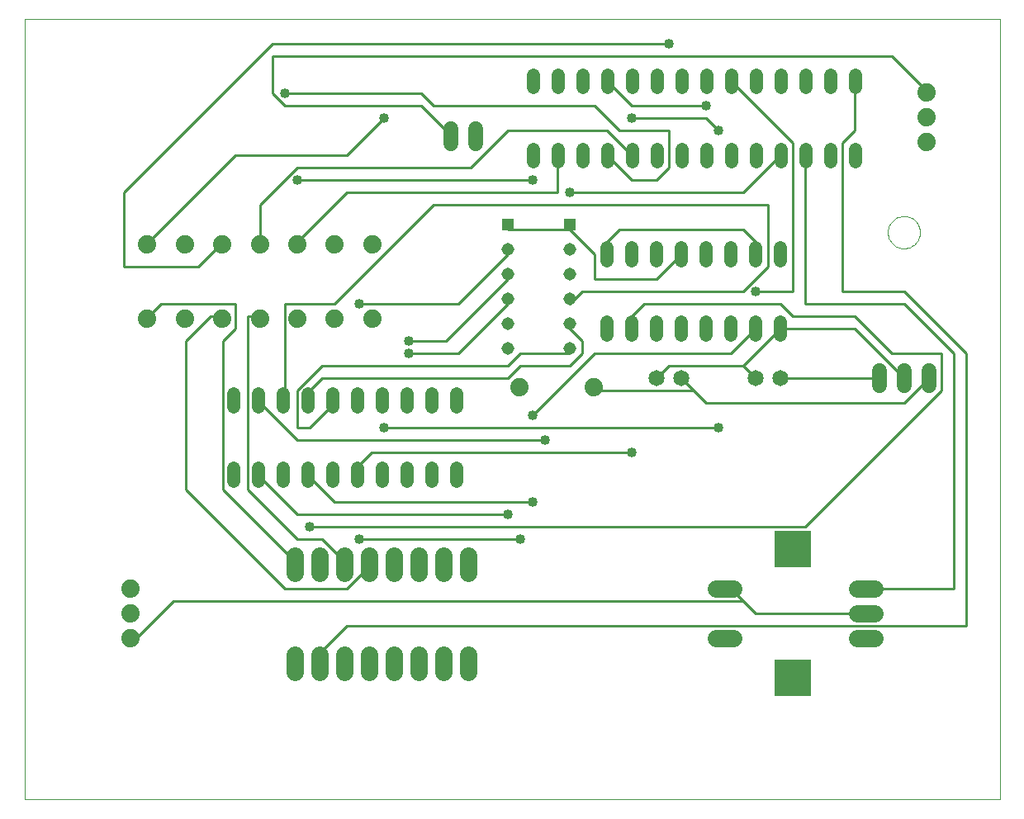
<source format=gbl>
G75*
G70*
%OFA0B0*%
%FSLAX24Y24*%
%IPPOS*%
%LPD*%
%AMOC8*
5,1,8,0,0,1.08239X$1,22.5*
%
%ADD10C,0.0000*%
%ADD11C,0.0520*%
%ADD12C,0.0700*%
%ADD13R,0.0515X0.0515*%
%ADD14C,0.0515*%
%ADD15C,0.0740*%
%ADD16R,0.1500X0.1500*%
%ADD17C,0.0600*%
%ADD18C,0.0650*%
%ADD19C,0.0100*%
%ADD20C,0.0400*%
D10*
X000100Y000100D02*
X000100Y031596D01*
X039470Y031596D01*
X039470Y000100D01*
X000100Y000100D01*
X034950Y023000D02*
X034952Y023050D01*
X034958Y023100D01*
X034968Y023150D01*
X034981Y023198D01*
X034998Y023246D01*
X035019Y023292D01*
X035043Y023336D01*
X035071Y023378D01*
X035102Y023418D01*
X035136Y023455D01*
X035173Y023490D01*
X035212Y023521D01*
X035253Y023550D01*
X035297Y023575D01*
X035343Y023597D01*
X035390Y023615D01*
X035438Y023629D01*
X035487Y023640D01*
X035537Y023647D01*
X035587Y023650D01*
X035638Y023649D01*
X035688Y023644D01*
X035738Y023635D01*
X035786Y023623D01*
X035834Y023606D01*
X035880Y023586D01*
X035925Y023563D01*
X035968Y023536D01*
X036008Y023506D01*
X036046Y023473D01*
X036081Y023437D01*
X036114Y023398D01*
X036143Y023357D01*
X036169Y023314D01*
X036192Y023269D01*
X036211Y023222D01*
X036226Y023174D01*
X036238Y023125D01*
X036246Y023075D01*
X036250Y023025D01*
X036250Y022975D01*
X036246Y022925D01*
X036238Y022875D01*
X036226Y022826D01*
X036211Y022778D01*
X036192Y022731D01*
X036169Y022686D01*
X036143Y022643D01*
X036114Y022602D01*
X036081Y022563D01*
X036046Y022527D01*
X036008Y022494D01*
X035968Y022464D01*
X035925Y022437D01*
X035880Y022414D01*
X035834Y022394D01*
X035786Y022377D01*
X035738Y022365D01*
X035688Y022356D01*
X035638Y022351D01*
X035587Y022350D01*
X035537Y022353D01*
X035487Y022360D01*
X035438Y022371D01*
X035390Y022385D01*
X035343Y022403D01*
X035297Y022425D01*
X035253Y022450D01*
X035212Y022479D01*
X035173Y022510D01*
X035136Y022545D01*
X035102Y022582D01*
X035071Y022622D01*
X035043Y022664D01*
X035019Y022708D01*
X034998Y022754D01*
X034981Y022802D01*
X034968Y022850D01*
X034958Y022900D01*
X034952Y022950D01*
X034950Y023000D01*
D11*
X033647Y025840D02*
X033647Y026360D01*
X032647Y026360D02*
X032647Y025840D01*
X031647Y025840D02*
X031647Y026360D01*
X030647Y026360D02*
X030647Y025840D01*
X029647Y025840D02*
X029647Y026360D01*
X028647Y026360D02*
X028647Y025840D01*
X027647Y025840D02*
X027647Y026360D01*
X026647Y026360D02*
X026647Y025840D01*
X025647Y025840D02*
X025647Y026360D01*
X024647Y026360D02*
X024647Y025840D01*
X023647Y025840D02*
X023647Y026360D01*
X022647Y026360D02*
X022647Y025840D01*
X021647Y025840D02*
X021647Y026360D01*
X020647Y026360D02*
X020647Y025840D01*
X020647Y028840D02*
X020647Y029360D01*
X021647Y029360D02*
X021647Y028840D01*
X022647Y028840D02*
X022647Y029360D01*
X023647Y029360D02*
X023647Y028840D01*
X024647Y028840D02*
X024647Y029360D01*
X025647Y029360D02*
X025647Y028840D01*
X026647Y028840D02*
X026647Y029360D01*
X027647Y029360D02*
X027647Y028840D01*
X028647Y028840D02*
X028647Y029360D01*
X029647Y029360D02*
X029647Y028840D01*
X030647Y028840D02*
X030647Y029360D01*
X031647Y029360D02*
X031647Y028840D01*
X032647Y028840D02*
X032647Y029360D01*
X033647Y029360D02*
X033647Y028840D01*
X030616Y022376D02*
X030616Y021856D01*
X029616Y021856D02*
X029616Y022376D01*
X028616Y022376D02*
X028616Y021856D01*
X027616Y021856D02*
X027616Y022376D01*
X026616Y022376D02*
X026616Y021856D01*
X025616Y021856D02*
X025616Y022376D01*
X024616Y022376D02*
X024616Y021856D01*
X023616Y021856D02*
X023616Y022376D01*
X023616Y019376D02*
X023616Y018856D01*
X024616Y018856D02*
X024616Y019376D01*
X025616Y019376D02*
X025616Y018856D01*
X026616Y018856D02*
X026616Y019376D01*
X027616Y019376D02*
X027616Y018856D01*
X028616Y018856D02*
X028616Y019376D01*
X029616Y019376D02*
X029616Y018856D01*
X030616Y018856D02*
X030616Y019376D01*
X017553Y016470D02*
X017553Y015950D01*
X016553Y015950D02*
X016553Y016470D01*
X015553Y016470D02*
X015553Y015950D01*
X014553Y015950D02*
X014553Y016470D01*
X013553Y016470D02*
X013553Y015950D01*
X012553Y015950D02*
X012553Y016470D01*
X011553Y016470D02*
X011553Y015950D01*
X010553Y015950D02*
X010553Y016470D01*
X009553Y016470D02*
X009553Y015950D01*
X008553Y015950D02*
X008553Y016470D01*
X008553Y013470D02*
X008553Y012950D01*
X009553Y012950D02*
X009553Y013470D01*
X010553Y013470D02*
X010553Y012950D01*
X011553Y012950D02*
X011553Y013470D01*
X012553Y013470D02*
X012553Y012950D01*
X013553Y012950D02*
X013553Y013470D01*
X014553Y013470D02*
X014553Y012950D01*
X015553Y012950D02*
X015553Y013470D01*
X016553Y013470D02*
X016553Y012950D01*
X017553Y012950D02*
X017553Y013470D01*
D12*
X018021Y009950D02*
X018021Y009250D01*
X017021Y009250D02*
X017021Y009950D01*
X016021Y009950D02*
X016021Y009250D01*
X015021Y009250D02*
X015021Y009950D01*
X014021Y009950D02*
X014021Y009250D01*
X013021Y009250D02*
X013021Y009950D01*
X012021Y009950D02*
X012021Y009250D01*
X011021Y009250D02*
X011021Y009950D01*
X011021Y005950D02*
X011021Y005250D01*
X012021Y005250D02*
X012021Y005950D01*
X013021Y005950D02*
X013021Y005250D01*
X014021Y005250D02*
X014021Y005950D01*
X015021Y005950D02*
X015021Y005250D01*
X016021Y005250D02*
X016021Y005950D01*
X017021Y005950D02*
X017021Y005250D01*
X018021Y005250D02*
X018021Y005950D01*
X028000Y006600D02*
X028700Y006600D01*
X028700Y008600D02*
X028000Y008600D01*
X033700Y008600D02*
X034400Y008600D01*
X034400Y007600D02*
X033700Y007600D01*
X033700Y006600D02*
X034400Y006600D01*
D13*
X022100Y023313D03*
X019600Y023313D03*
D14*
X019600Y022313D03*
X019600Y021313D03*
X019600Y020313D03*
X019600Y019313D03*
X019600Y018313D03*
X022100Y018313D03*
X022100Y019313D03*
X022100Y020313D03*
X022100Y021313D03*
X022100Y022313D03*
D15*
X023069Y016757D03*
X020069Y016757D03*
X014147Y019506D03*
X012631Y019506D03*
X011116Y019506D03*
X009600Y019506D03*
X008084Y019506D03*
X006569Y019506D03*
X005053Y019506D03*
X005053Y022506D03*
X006569Y022506D03*
X008084Y022506D03*
X009600Y022506D03*
X011116Y022506D03*
X012631Y022506D03*
X014147Y022506D03*
X004368Y008600D03*
X004368Y007600D03*
X004368Y006600D03*
X036517Y026659D03*
X036517Y027659D03*
X036517Y028659D03*
D16*
X031100Y010200D03*
X031100Y005000D03*
D17*
X034600Y016800D02*
X034600Y017400D01*
X035600Y017400D02*
X035600Y016800D01*
X036600Y016800D02*
X036600Y017400D01*
X018317Y026572D02*
X018317Y027172D01*
X017317Y027172D02*
X017317Y026572D01*
D18*
X025600Y017100D03*
X026600Y017100D03*
X029600Y017100D03*
X030600Y017100D03*
D19*
X034600Y017100D01*
X035600Y017100D02*
X033600Y019100D01*
X030600Y019100D01*
X030616Y019116D01*
X030600Y019100D02*
X029100Y017600D01*
X029600Y017100D01*
X029100Y017600D02*
X026100Y017600D01*
X025600Y017100D01*
X026600Y017100D02*
X027100Y016600D01*
X023100Y016600D01*
X023069Y016757D01*
X022100Y017600D02*
X020100Y017600D01*
X019600Y017100D01*
X012100Y017100D01*
X011600Y016600D01*
X011553Y016210D01*
X011100Y016600D02*
X011100Y015100D01*
X011600Y015100D01*
X012600Y016100D01*
X012553Y016210D01*
X012100Y017600D02*
X011100Y016600D01*
X010600Y016600D02*
X010553Y016210D01*
X010600Y016600D02*
X010600Y020100D01*
X012600Y020100D01*
X016600Y024100D01*
X030100Y024100D01*
X030100Y021600D01*
X029100Y020600D01*
X022600Y020600D01*
X022100Y020100D01*
X022100Y020313D01*
X023100Y021100D02*
X025600Y021100D01*
X026616Y022116D01*
X025100Y020100D02*
X024600Y019600D01*
X024616Y019116D01*
X025100Y020100D02*
X030600Y020100D01*
X031100Y019600D01*
X033600Y019600D01*
X035100Y018100D01*
X037100Y018100D01*
X037100Y016600D01*
X031600Y011100D01*
X011600Y011100D01*
X011100Y011600D02*
X019600Y011600D01*
X020600Y012100D02*
X012600Y012100D01*
X011600Y013100D01*
X011553Y013210D01*
X011100Y014600D02*
X009600Y016100D01*
X009553Y016210D01*
X011100Y014600D02*
X021100Y014600D01*
X020600Y015600D02*
X023100Y018100D01*
X028600Y018100D01*
X029616Y019116D01*
X029600Y020600D02*
X031100Y020600D01*
X031100Y026600D01*
X028600Y029100D01*
X028647Y029100D01*
X027600Y028100D02*
X024600Y028100D01*
X023600Y029100D01*
X023647Y029100D01*
X023100Y028100D02*
X016600Y028100D01*
X016100Y028600D01*
X010600Y028600D01*
X010100Y028600D02*
X010600Y028100D01*
X016100Y028100D01*
X017100Y027100D01*
X017317Y026872D01*
X018100Y025600D02*
X011100Y025600D01*
X009600Y024100D01*
X009600Y022506D01*
X008100Y022600D02*
X008084Y022506D01*
X008100Y022600D02*
X007100Y021600D01*
X004100Y021600D01*
X004100Y024600D01*
X010100Y030600D01*
X026100Y030600D01*
X023100Y028100D02*
X024100Y027100D01*
X026100Y027100D01*
X026100Y025600D01*
X025600Y025100D01*
X024600Y025100D01*
X023600Y026100D01*
X023647Y026100D01*
X024600Y026100D02*
X024647Y026100D01*
X024600Y026100D02*
X023600Y027100D01*
X019600Y027100D01*
X018100Y025600D01*
X020600Y025100D02*
X011100Y025100D01*
X013100Y024600D02*
X011100Y022600D01*
X011116Y022506D01*
X013100Y024600D02*
X021600Y024600D01*
X021600Y026100D01*
X021647Y026100D01*
X022100Y024600D02*
X029100Y024600D01*
X030600Y026100D01*
X030647Y026100D01*
X031600Y026100D02*
X031647Y026100D01*
X031600Y026100D02*
X031600Y020100D01*
X035600Y020100D01*
X037600Y018100D01*
X037600Y008600D01*
X034050Y008600D01*
X034050Y007600D02*
X029600Y007600D01*
X029100Y008100D01*
X006100Y008100D01*
X004600Y006600D01*
X004368Y006600D01*
X006600Y012600D02*
X010600Y008600D01*
X013100Y008600D01*
X014100Y009600D01*
X014021Y009600D01*
X013100Y009600D02*
X013021Y009600D01*
X013100Y009600D02*
X012100Y010600D01*
X011100Y010600D01*
X009100Y012600D01*
X009100Y019600D01*
X009600Y019600D01*
X009600Y019506D01*
X008600Y019100D02*
X008600Y020100D01*
X005600Y020100D01*
X005100Y019600D01*
X005053Y019506D01*
X006600Y018600D02*
X007600Y019600D01*
X008100Y019600D01*
X008084Y019506D01*
X008600Y019100D02*
X008100Y018600D01*
X008100Y012600D01*
X011100Y009600D01*
X011021Y009600D01*
X011100Y011600D02*
X009600Y013100D01*
X009553Y013210D01*
X006600Y012600D02*
X006600Y018600D01*
X005053Y022506D02*
X005100Y022600D01*
X008600Y026100D01*
X013100Y026100D01*
X014600Y027600D01*
X010100Y028600D02*
X010100Y030100D01*
X035100Y030100D01*
X036600Y028600D01*
X036517Y028659D01*
X033647Y029100D02*
X033600Y029100D01*
X033600Y027100D01*
X033100Y026600D01*
X033100Y020600D01*
X035600Y020600D01*
X038100Y018100D01*
X038100Y007100D01*
X013100Y007100D01*
X012100Y006100D01*
X012100Y005600D01*
X012021Y005600D01*
X013600Y010600D02*
X020100Y010600D01*
X024600Y014100D02*
X014100Y014100D01*
X013600Y013600D01*
X013553Y013210D01*
X014600Y015100D02*
X028100Y015100D01*
X027600Y016100D02*
X027100Y016600D01*
X027600Y016100D02*
X035600Y016100D01*
X036600Y017100D01*
X029616Y022116D02*
X029600Y022600D01*
X029100Y023100D01*
X024100Y023100D01*
X023600Y022600D01*
X023616Y022116D01*
X023100Y022100D02*
X023100Y021100D01*
X023100Y022100D02*
X022100Y023100D01*
X022100Y023313D01*
X022100Y023100D02*
X019600Y023100D01*
X019600Y023313D01*
X019600Y022313D02*
X019600Y022100D01*
X017600Y020100D01*
X013600Y020100D01*
X015600Y018600D02*
X017100Y018600D01*
X019600Y021100D01*
X019600Y021313D01*
X019600Y020313D02*
X019600Y020100D01*
X017600Y018100D01*
X015600Y018100D01*
X012100Y017600D02*
X019600Y017600D01*
X020100Y018100D01*
X022100Y018100D01*
X022100Y018313D01*
X022600Y018100D02*
X022600Y018600D01*
X022100Y019100D01*
X022100Y019313D01*
X022600Y018100D02*
X022100Y017600D01*
X028350Y008600D02*
X028600Y008600D01*
X029100Y008100D01*
X028100Y027100D02*
X027600Y027600D01*
X024600Y027600D01*
D20*
X024600Y027600D03*
X027600Y028100D03*
X028100Y027100D03*
X026100Y030600D03*
X020600Y025100D03*
X022100Y024600D03*
X029600Y020600D03*
X028100Y015100D03*
X024600Y014100D03*
X021100Y014600D03*
X020600Y015600D03*
X020600Y012100D03*
X019600Y011600D03*
X020100Y010600D03*
X014600Y015100D03*
X015600Y018100D03*
X015600Y018600D03*
X013600Y020100D03*
X011100Y025100D03*
X014600Y027600D03*
X010600Y028600D03*
X011600Y011100D03*
X013600Y010600D03*
M02*

</source>
